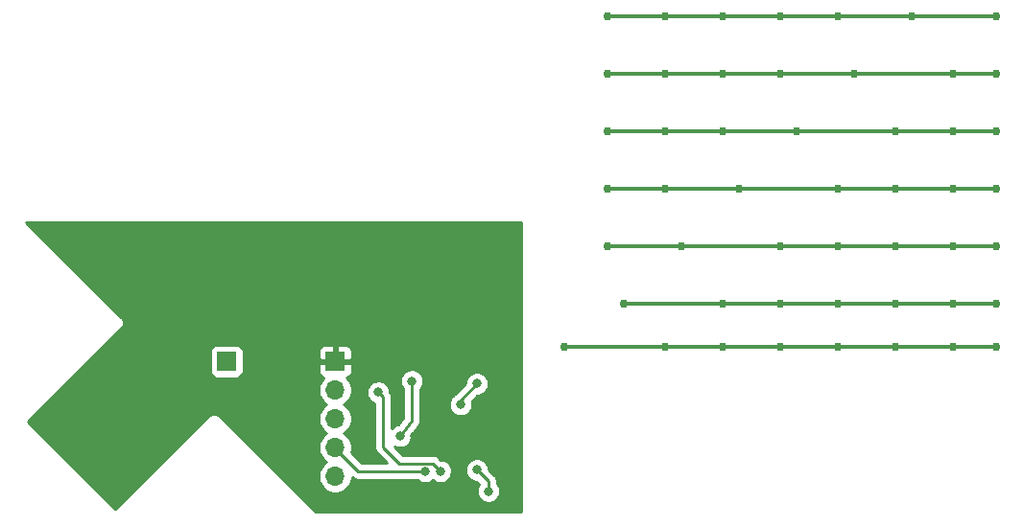
<source format=gbr>
G04 #@! TF.GenerationSoftware,KiCad,Pcbnew,(5.1.5-0-10_14)*
G04 #@! TF.CreationDate,2020-05-09T22:30:37-06:00*
G04 #@! TF.ProjectId,business_card_v1,62757369-6e65-4737-935f-636172645f76,rev?*
G04 #@! TF.SameCoordinates,Original*
G04 #@! TF.FileFunction,Copper,L16,Bot*
G04 #@! TF.FilePolarity,Positive*
%FSLAX46Y46*%
G04 Gerber Fmt 4.6, Leading zero omitted, Abs format (unit mm)*
G04 Created by KiCad (PCBNEW (5.1.5-0-10_14)) date 2020-05-09 22:30:37*
%MOMM*%
%LPD*%
G04 APERTURE LIST*
%ADD10R,1.700000X1.700000*%
%ADD11O,1.700000X1.700000*%
%ADD12C,0.800000*%
%ADD13C,0.756400*%
%ADD14C,0.304800*%
%ADD15C,0.250000*%
%ADD16C,0.254000*%
G04 APERTURE END LIST*
D10*
X122504200Y-116522500D03*
D11*
X132080000Y-126682500D03*
X132080000Y-124142500D03*
X132080000Y-121602500D03*
X132080000Y-119062500D03*
D10*
X132080000Y-116522500D03*
D12*
X142405000Y-117246500D03*
X126365000Y-113728500D03*
X128270000Y-113728500D03*
X135890000Y-115633500D03*
X139065000Y-123126500D03*
X124587000Y-120015000D03*
X112585500Y-117030500D03*
D13*
X152261100Y-115263600D03*
X190361100Y-115263600D03*
X161151100Y-115263600D03*
X166231100Y-115263600D03*
X171311100Y-115263600D03*
X176391100Y-115263600D03*
X181471100Y-115263600D03*
X186551100Y-115263600D03*
X190361100Y-111453600D03*
X157561100Y-111453600D03*
X166231100Y-111453600D03*
X171311100Y-111453600D03*
X176391100Y-111453600D03*
X181471100Y-111453600D03*
X186551100Y-111453600D03*
X156071100Y-106373600D03*
X190361100Y-106373600D03*
X171311100Y-106373600D03*
X176391100Y-106373600D03*
X181471100Y-106373600D03*
X186551100Y-106373600D03*
X162641100Y-106373600D03*
X156071100Y-101293600D03*
X190361100Y-101293600D03*
X186551100Y-101293600D03*
X181471100Y-101293600D03*
X176391100Y-101293600D03*
X161151100Y-101293600D03*
X167721100Y-101293600D03*
X156071100Y-96213600D03*
X190361100Y-96213600D03*
X186551100Y-96213600D03*
X181471100Y-96213600D03*
X166231100Y-96213600D03*
X172801100Y-96213600D03*
X161151100Y-96213600D03*
X156071100Y-91133600D03*
X190361100Y-91133600D03*
X186551100Y-91133600D03*
X161151100Y-91133600D03*
X166231100Y-91133600D03*
X171311100Y-91133600D03*
X177881100Y-91133600D03*
X156071100Y-86053600D03*
X190361100Y-86053600D03*
X161151100Y-86053600D03*
X166231100Y-86053600D03*
X171311100Y-86053600D03*
X176391100Y-86053600D03*
X182961100Y-86053600D03*
D12*
X137795000Y-123126500D03*
X138849000Y-118262500D03*
X140017500Y-126238000D03*
X144589500Y-126123700D03*
X145605500Y-128003300D03*
X143141700Y-120332500D03*
X144589500Y-118503700D03*
X135890000Y-119253000D03*
X141351000Y-126238000D03*
D14*
X190361100Y-115263600D02*
X186551100Y-115263600D01*
X186551100Y-115263600D02*
X181471100Y-115263600D01*
X181471100Y-115263600D02*
X176391100Y-115263600D01*
X176391100Y-115263600D02*
X171311100Y-115263600D01*
X171311100Y-115263600D02*
X166231100Y-115263600D01*
X161151100Y-115263600D02*
X152261100Y-115263600D01*
X161151100Y-115263600D02*
X166231100Y-115263600D01*
X157561100Y-111453600D02*
X166231100Y-111453600D01*
X166231100Y-111453600D02*
X171311100Y-111453600D01*
X171311100Y-111453600D02*
X176391100Y-111453600D01*
X176391100Y-111453600D02*
X181471100Y-111453600D01*
X181471100Y-111453600D02*
X186551100Y-111453600D01*
X186551100Y-111453600D02*
X190361100Y-111453600D01*
X156071100Y-106373600D02*
X162641100Y-106373600D01*
X162641100Y-106373600D02*
X171311100Y-106373600D01*
X181471100Y-106373600D02*
X186551100Y-106373600D01*
X186551100Y-106373600D02*
X190361100Y-106373600D01*
X171311100Y-106373600D02*
X176391100Y-106373600D01*
X176391100Y-106373600D02*
X181471100Y-106373600D01*
X156071100Y-101293600D02*
X161151100Y-101293600D01*
X161151100Y-101293600D02*
X167721100Y-101293600D01*
X167721100Y-101293600D02*
X176391100Y-101293600D01*
X176391100Y-101293600D02*
X181471100Y-101293600D01*
X181471100Y-101293600D02*
X186551100Y-101293600D01*
X186551100Y-101293600D02*
X190361100Y-101293600D01*
X156071100Y-96213600D02*
X161151100Y-96213600D01*
X161151100Y-96213600D02*
X166231100Y-96213600D01*
X166231100Y-96213600D02*
X172801100Y-96213600D01*
X172801100Y-96213600D02*
X181471100Y-96213600D01*
X181471100Y-96213600D02*
X186551100Y-96213600D01*
X186551100Y-96213600D02*
X190361100Y-96213600D01*
X156071100Y-91133600D02*
X161151100Y-91133600D01*
X161151100Y-91133600D02*
X166231100Y-91133600D01*
X166231100Y-91133600D02*
X171311100Y-91133600D01*
X171311100Y-91133600D02*
X177881100Y-91133600D01*
X177881100Y-91133600D02*
X186551100Y-91133600D01*
X186551100Y-91133600D02*
X190361100Y-91133600D01*
X156071100Y-86053600D02*
X161151100Y-86053600D01*
X166231100Y-86053600D02*
X171311100Y-86053600D01*
X171311100Y-86053600D02*
X176391100Y-86053600D01*
X176391100Y-86053600D02*
X182961100Y-86053600D01*
X182961100Y-86053600D02*
X190361100Y-86053600D01*
X161151100Y-86053600D02*
X166231100Y-86053600D01*
D15*
X138849000Y-121767500D02*
X138849000Y-118262500D01*
X138811000Y-121793000D02*
X138849000Y-121767500D01*
X137795000Y-123126500D02*
X138811000Y-121793000D01*
X134112000Y-126238000D02*
X140017500Y-126238000D01*
X132080000Y-124206000D02*
X134112000Y-126238000D01*
X145605500Y-127139700D02*
X144589500Y-126123700D01*
X145605500Y-128003300D02*
X145605500Y-127139700D01*
X142900400Y-120205500D02*
X142900400Y-120192800D01*
X143141700Y-119951500D02*
X144589500Y-118503700D01*
X143141700Y-120332500D02*
X143141700Y-119951500D01*
X137752599Y-125560599D02*
X140673599Y-125560599D01*
X136289999Y-124097999D02*
X137752599Y-125560599D01*
X140673599Y-125560599D02*
X141351000Y-126238000D01*
X136289999Y-119652999D02*
X136289999Y-124097999D01*
X135890000Y-119253000D02*
X136289999Y-119652999D01*
D16*
G36*
X148463000Y-129843600D02*
G01*
X130366721Y-129843600D01*
X121885543Y-121362423D01*
X121864876Y-121337240D01*
X121764378Y-121254763D01*
X121649720Y-121193478D01*
X121525311Y-121155739D01*
X121395928Y-121142996D01*
X121266545Y-121155739D01*
X121142135Y-121193478D01*
X121080488Y-121226429D01*
X121027478Y-121254763D01*
X120926980Y-121337240D01*
X120906316Y-121362419D01*
X112698513Y-129570220D01*
X104936526Y-121808234D01*
X111126185Y-115672500D01*
X121016128Y-115672500D01*
X121016128Y-117372500D01*
X121028388Y-117496982D01*
X121064698Y-117616680D01*
X121123663Y-117726994D01*
X121203015Y-117823685D01*
X121299706Y-117903037D01*
X121410020Y-117962002D01*
X121529718Y-117998312D01*
X121654200Y-118010572D01*
X123354200Y-118010572D01*
X123478682Y-117998312D01*
X123598380Y-117962002D01*
X123708694Y-117903037D01*
X123805385Y-117823685D01*
X123884737Y-117726994D01*
X123943702Y-117616680D01*
X123980012Y-117496982D01*
X123992272Y-117372500D01*
X130591928Y-117372500D01*
X130604188Y-117496982D01*
X130640498Y-117616680D01*
X130699463Y-117726994D01*
X130778815Y-117823685D01*
X130875506Y-117903037D01*
X130985820Y-117962002D01*
X131058380Y-117984013D01*
X130926525Y-118115868D01*
X130764010Y-118359089D01*
X130652068Y-118629342D01*
X130595000Y-118916240D01*
X130595000Y-119208760D01*
X130652068Y-119495658D01*
X130764010Y-119765911D01*
X130926525Y-120009132D01*
X131133368Y-120215975D01*
X131307760Y-120332500D01*
X131133368Y-120449025D01*
X130926525Y-120655868D01*
X130764010Y-120899089D01*
X130652068Y-121169342D01*
X130595000Y-121456240D01*
X130595000Y-121748760D01*
X130652068Y-122035658D01*
X130764010Y-122305911D01*
X130926525Y-122549132D01*
X131133368Y-122755975D01*
X131307760Y-122872500D01*
X131133368Y-122989025D01*
X130926525Y-123195868D01*
X130764010Y-123439089D01*
X130652068Y-123709342D01*
X130595000Y-123996240D01*
X130595000Y-124288760D01*
X130652068Y-124575658D01*
X130764010Y-124845911D01*
X130926525Y-125089132D01*
X131133368Y-125295975D01*
X131307760Y-125412500D01*
X131133368Y-125529025D01*
X130926525Y-125735868D01*
X130764010Y-125979089D01*
X130652068Y-126249342D01*
X130595000Y-126536240D01*
X130595000Y-126828760D01*
X130652068Y-127115658D01*
X130764010Y-127385911D01*
X130926525Y-127629132D01*
X131133368Y-127835975D01*
X131376589Y-127998490D01*
X131646842Y-128110432D01*
X131933740Y-128167500D01*
X132226260Y-128167500D01*
X132513158Y-128110432D01*
X132783411Y-127998490D01*
X133026632Y-127835975D01*
X133233475Y-127629132D01*
X133395990Y-127385911D01*
X133507932Y-127115658D01*
X133565000Y-126828760D01*
X133565000Y-126769473D01*
X133571999Y-126778001D01*
X133600997Y-126801799D01*
X133687723Y-126872974D01*
X133789990Y-126927637D01*
X133819753Y-126943546D01*
X133963014Y-126987003D01*
X134074667Y-126998000D01*
X134074677Y-126998000D01*
X134112000Y-127001676D01*
X134149323Y-126998000D01*
X139313789Y-126998000D01*
X139357726Y-127041937D01*
X139527244Y-127155205D01*
X139715602Y-127233226D01*
X139915561Y-127273000D01*
X140119439Y-127273000D01*
X140319398Y-127233226D01*
X140507756Y-127155205D01*
X140677274Y-127041937D01*
X140684250Y-127034961D01*
X140691226Y-127041937D01*
X140860744Y-127155205D01*
X141049102Y-127233226D01*
X141249061Y-127273000D01*
X141452939Y-127273000D01*
X141652898Y-127233226D01*
X141841256Y-127155205D01*
X142010774Y-127041937D01*
X142154937Y-126897774D01*
X142268205Y-126728256D01*
X142346226Y-126539898D01*
X142386000Y-126339939D01*
X142386000Y-126136061D01*
X142363265Y-126021761D01*
X143554500Y-126021761D01*
X143554500Y-126225639D01*
X143594274Y-126425598D01*
X143672295Y-126613956D01*
X143785563Y-126783474D01*
X143929726Y-126927637D01*
X144099244Y-127040905D01*
X144287602Y-127118926D01*
X144487561Y-127158700D01*
X144549699Y-127158700D01*
X144774711Y-127383713D01*
X144688295Y-127513044D01*
X144610274Y-127701402D01*
X144570500Y-127901361D01*
X144570500Y-128105239D01*
X144610274Y-128305198D01*
X144688295Y-128493556D01*
X144801563Y-128663074D01*
X144945726Y-128807237D01*
X145115244Y-128920505D01*
X145303602Y-128998526D01*
X145503561Y-129038300D01*
X145707439Y-129038300D01*
X145907398Y-128998526D01*
X146095756Y-128920505D01*
X146265274Y-128807237D01*
X146409437Y-128663074D01*
X146522705Y-128493556D01*
X146600726Y-128305198D01*
X146640500Y-128105239D01*
X146640500Y-127901361D01*
X146600726Y-127701402D01*
X146522705Y-127513044D01*
X146409437Y-127343526D01*
X146365500Y-127299589D01*
X146365500Y-127177022D01*
X146369176Y-127139700D01*
X146365500Y-127102377D01*
X146365500Y-127102367D01*
X146354503Y-126990714D01*
X146311046Y-126847453D01*
X146247333Y-126728256D01*
X146240474Y-126715423D01*
X146169299Y-126628697D01*
X146145501Y-126599699D01*
X146116503Y-126575901D01*
X145624500Y-126083899D01*
X145624500Y-126021761D01*
X145584726Y-125821802D01*
X145506705Y-125633444D01*
X145393437Y-125463926D01*
X145249274Y-125319763D01*
X145079756Y-125206495D01*
X144891398Y-125128474D01*
X144691439Y-125088700D01*
X144487561Y-125088700D01*
X144287602Y-125128474D01*
X144099244Y-125206495D01*
X143929726Y-125319763D01*
X143785563Y-125463926D01*
X143672295Y-125633444D01*
X143594274Y-125821802D01*
X143554500Y-126021761D01*
X142363265Y-126021761D01*
X142346226Y-125936102D01*
X142268205Y-125747744D01*
X142154937Y-125578226D01*
X142010774Y-125434063D01*
X141841256Y-125320795D01*
X141652898Y-125242774D01*
X141452939Y-125203000D01*
X141390801Y-125203000D01*
X141237402Y-125049601D01*
X141213600Y-125020598D01*
X141097875Y-124925625D01*
X140965846Y-124855053D01*
X140822585Y-124811596D01*
X140710932Y-124800599D01*
X140710921Y-124800599D01*
X140673599Y-124796923D01*
X140636277Y-124800599D01*
X138067401Y-124800599D01*
X137314581Y-124047780D01*
X137493102Y-124121726D01*
X137693061Y-124161500D01*
X137896939Y-124161500D01*
X138096898Y-124121726D01*
X138285256Y-124043705D01*
X138454774Y-123930437D01*
X138598937Y-123786274D01*
X138712205Y-123616756D01*
X138790226Y-123428398D01*
X138830000Y-123228439D01*
X138830000Y-123024561D01*
X138829611Y-123022608D01*
X139350184Y-122339357D01*
X139389001Y-122307501D01*
X139389486Y-122306910D01*
X139390071Y-122306428D01*
X139436891Y-122249146D01*
X139483974Y-122191776D01*
X139484332Y-122191105D01*
X139484815Y-122190515D01*
X139519407Y-122125486D01*
X139554546Y-122059747D01*
X139554770Y-122059009D01*
X139555123Y-122058345D01*
X139576336Y-121987915D01*
X139598003Y-121916486D01*
X139598078Y-121915727D01*
X139598297Y-121914999D01*
X139605397Y-121841415D01*
X139609000Y-121804833D01*
X139609000Y-121804073D01*
X139612675Y-121765985D01*
X139609000Y-121729415D01*
X139609000Y-120230561D01*
X142106700Y-120230561D01*
X142106700Y-120434439D01*
X142146474Y-120634398D01*
X142224495Y-120822756D01*
X142337763Y-120992274D01*
X142481926Y-121136437D01*
X142651444Y-121249705D01*
X142839802Y-121327726D01*
X143039761Y-121367500D01*
X143243639Y-121367500D01*
X143443598Y-121327726D01*
X143631956Y-121249705D01*
X143801474Y-121136437D01*
X143945637Y-120992274D01*
X144058905Y-120822756D01*
X144136926Y-120634398D01*
X144176700Y-120434439D01*
X144176700Y-120230561D01*
X144137005Y-120030997D01*
X144629302Y-119538700D01*
X144691439Y-119538700D01*
X144891398Y-119498926D01*
X145079756Y-119420905D01*
X145249274Y-119307637D01*
X145393437Y-119163474D01*
X145506705Y-118993956D01*
X145584726Y-118805598D01*
X145624500Y-118605639D01*
X145624500Y-118401761D01*
X145584726Y-118201802D01*
X145506705Y-118013444D01*
X145393437Y-117843926D01*
X145249274Y-117699763D01*
X145079756Y-117586495D01*
X144891398Y-117508474D01*
X144691439Y-117468700D01*
X144487561Y-117468700D01*
X144287602Y-117508474D01*
X144099244Y-117586495D01*
X143929726Y-117699763D01*
X143785563Y-117843926D01*
X143672295Y-118013444D01*
X143594274Y-118201802D01*
X143554500Y-118401761D01*
X143554500Y-118463898D01*
X142630701Y-119387698D01*
X142601699Y-119411499D01*
X142534404Y-119493499D01*
X142481926Y-119528563D01*
X142337763Y-119672726D01*
X142310237Y-119713921D01*
X142265426Y-119768524D01*
X142232125Y-119830825D01*
X142224495Y-119842244D01*
X142219240Y-119854931D01*
X142194854Y-119900553D01*
X142179838Y-119950054D01*
X142146474Y-120030602D01*
X142106700Y-120230561D01*
X139609000Y-120230561D01*
X139609000Y-118966211D01*
X139652937Y-118922274D01*
X139766205Y-118752756D01*
X139844226Y-118564398D01*
X139884000Y-118364439D01*
X139884000Y-118160561D01*
X139844226Y-117960602D01*
X139766205Y-117772244D01*
X139652937Y-117602726D01*
X139508774Y-117458563D01*
X139339256Y-117345295D01*
X139150898Y-117267274D01*
X138950939Y-117227500D01*
X138747061Y-117227500D01*
X138547102Y-117267274D01*
X138358744Y-117345295D01*
X138189226Y-117458563D01*
X138045063Y-117602726D01*
X137931795Y-117772244D01*
X137853774Y-117960602D01*
X137814000Y-118160561D01*
X137814000Y-118364439D01*
X137853774Y-118564398D01*
X137931795Y-118752756D01*
X138045063Y-118922274D01*
X138089001Y-118966212D01*
X138089000Y-121486589D01*
X137616516Y-122106726D01*
X137493102Y-122131274D01*
X137304744Y-122209295D01*
X137135226Y-122322563D01*
X137049999Y-122407790D01*
X137049999Y-119690321D01*
X137053675Y-119652998D01*
X137049999Y-119615676D01*
X137049999Y-119615666D01*
X137039002Y-119504013D01*
X136995545Y-119360752D01*
X136925000Y-119228774D01*
X136925000Y-119151061D01*
X136885226Y-118951102D01*
X136807205Y-118762744D01*
X136693937Y-118593226D01*
X136549774Y-118449063D01*
X136380256Y-118335795D01*
X136191898Y-118257774D01*
X135991939Y-118218000D01*
X135788061Y-118218000D01*
X135588102Y-118257774D01*
X135399744Y-118335795D01*
X135230226Y-118449063D01*
X135086063Y-118593226D01*
X134972795Y-118762744D01*
X134894774Y-118951102D01*
X134855000Y-119151061D01*
X134855000Y-119354939D01*
X134894774Y-119554898D01*
X134972795Y-119743256D01*
X135086063Y-119912774D01*
X135230226Y-120056937D01*
X135399744Y-120170205D01*
X135529999Y-120224159D01*
X135530000Y-124060667D01*
X135526323Y-124097999D01*
X135540997Y-124246984D01*
X135584453Y-124390245D01*
X135655025Y-124522275D01*
X135698836Y-124575658D01*
X135749999Y-124638000D01*
X135778997Y-124661798D01*
X136595198Y-125478000D01*
X134426802Y-125478000D01*
X133510674Y-124561873D01*
X133565000Y-124288760D01*
X133565000Y-123996240D01*
X133507932Y-123709342D01*
X133395990Y-123439089D01*
X133233475Y-123195868D01*
X133026632Y-122989025D01*
X132852240Y-122872500D01*
X133026632Y-122755975D01*
X133233475Y-122549132D01*
X133395990Y-122305911D01*
X133507932Y-122035658D01*
X133565000Y-121748760D01*
X133565000Y-121456240D01*
X133507932Y-121169342D01*
X133395990Y-120899089D01*
X133233475Y-120655868D01*
X133026632Y-120449025D01*
X132852240Y-120332500D01*
X133026632Y-120215975D01*
X133233475Y-120009132D01*
X133395990Y-119765911D01*
X133507932Y-119495658D01*
X133565000Y-119208760D01*
X133565000Y-118916240D01*
X133507932Y-118629342D01*
X133395990Y-118359089D01*
X133233475Y-118115868D01*
X133101620Y-117984013D01*
X133174180Y-117962002D01*
X133284494Y-117903037D01*
X133381185Y-117823685D01*
X133460537Y-117726994D01*
X133519502Y-117616680D01*
X133555812Y-117496982D01*
X133568072Y-117372500D01*
X133565000Y-116808250D01*
X133406250Y-116649500D01*
X132207000Y-116649500D01*
X132207000Y-116669500D01*
X131953000Y-116669500D01*
X131953000Y-116649500D01*
X130753750Y-116649500D01*
X130595000Y-116808250D01*
X130591928Y-117372500D01*
X123992272Y-117372500D01*
X123992272Y-115672500D01*
X130591928Y-115672500D01*
X130595000Y-116236750D01*
X130753750Y-116395500D01*
X131953000Y-116395500D01*
X131953000Y-115196250D01*
X132207000Y-115196250D01*
X132207000Y-116395500D01*
X133406250Y-116395500D01*
X133565000Y-116236750D01*
X133568072Y-115672500D01*
X133555812Y-115548018D01*
X133519502Y-115428320D01*
X133460537Y-115318006D01*
X133381185Y-115221315D01*
X133284494Y-115141963D01*
X133174180Y-115082998D01*
X133054482Y-115046688D01*
X132930000Y-115034428D01*
X132365750Y-115037500D01*
X132207000Y-115196250D01*
X131953000Y-115196250D01*
X131794250Y-115037500D01*
X131230000Y-115034428D01*
X131105518Y-115046688D01*
X130985820Y-115082998D01*
X130875506Y-115141963D01*
X130778815Y-115221315D01*
X130699463Y-115318006D01*
X130640498Y-115428320D01*
X130604188Y-115548018D01*
X130591928Y-115672500D01*
X123992272Y-115672500D01*
X123980012Y-115548018D01*
X123943702Y-115428320D01*
X123884737Y-115318006D01*
X123805385Y-115221315D01*
X123708694Y-115141963D01*
X123598380Y-115082998D01*
X123478682Y-115046688D01*
X123354200Y-115034428D01*
X121654200Y-115034428D01*
X121529718Y-115046688D01*
X121410020Y-115082998D01*
X121299706Y-115141963D01*
X121203015Y-115221315D01*
X121123663Y-115318006D01*
X121064698Y-115428320D01*
X121028388Y-115548018D01*
X121016128Y-115672500D01*
X111126185Y-115672500D01*
X113218641Y-113598274D01*
X113245948Y-113575663D01*
X113285067Y-113527569D01*
X113324760Y-113479631D01*
X113326147Y-113477064D01*
X113327984Y-113474805D01*
X113357012Y-113419921D01*
X113386546Y-113365243D01*
X113387404Y-113362457D01*
X113388767Y-113359881D01*
X113406530Y-113300390D01*
X113424830Y-113241000D01*
X113425129Y-113238098D01*
X113425962Y-113235307D01*
X113431778Y-113173484D01*
X113438139Y-113111674D01*
X113437866Y-113108772D01*
X113438139Y-113105870D01*
X113431778Y-113044060D01*
X113425962Y-112982237D01*
X113425129Y-112979446D01*
X113424830Y-112976544D01*
X113406525Y-112917138D01*
X113388767Y-112857663D01*
X113387405Y-112855088D01*
X113386546Y-112852300D01*
X113357000Y-112797600D01*
X113327984Y-112742738D01*
X113326147Y-112740479D01*
X113324760Y-112737912D01*
X113285132Y-112690054D01*
X113245948Y-112641880D01*
X113218630Y-112619260D01*
X104792963Y-104267000D01*
X148463000Y-104267000D01*
X148463000Y-129843600D01*
G37*
X148463000Y-129843600D02*
X130366721Y-129843600D01*
X121885543Y-121362423D01*
X121864876Y-121337240D01*
X121764378Y-121254763D01*
X121649720Y-121193478D01*
X121525311Y-121155739D01*
X121395928Y-121142996D01*
X121266545Y-121155739D01*
X121142135Y-121193478D01*
X121080488Y-121226429D01*
X121027478Y-121254763D01*
X120926980Y-121337240D01*
X120906316Y-121362419D01*
X112698513Y-129570220D01*
X104936526Y-121808234D01*
X111126185Y-115672500D01*
X121016128Y-115672500D01*
X121016128Y-117372500D01*
X121028388Y-117496982D01*
X121064698Y-117616680D01*
X121123663Y-117726994D01*
X121203015Y-117823685D01*
X121299706Y-117903037D01*
X121410020Y-117962002D01*
X121529718Y-117998312D01*
X121654200Y-118010572D01*
X123354200Y-118010572D01*
X123478682Y-117998312D01*
X123598380Y-117962002D01*
X123708694Y-117903037D01*
X123805385Y-117823685D01*
X123884737Y-117726994D01*
X123943702Y-117616680D01*
X123980012Y-117496982D01*
X123992272Y-117372500D01*
X130591928Y-117372500D01*
X130604188Y-117496982D01*
X130640498Y-117616680D01*
X130699463Y-117726994D01*
X130778815Y-117823685D01*
X130875506Y-117903037D01*
X130985820Y-117962002D01*
X131058380Y-117984013D01*
X130926525Y-118115868D01*
X130764010Y-118359089D01*
X130652068Y-118629342D01*
X130595000Y-118916240D01*
X130595000Y-119208760D01*
X130652068Y-119495658D01*
X130764010Y-119765911D01*
X130926525Y-120009132D01*
X131133368Y-120215975D01*
X131307760Y-120332500D01*
X131133368Y-120449025D01*
X130926525Y-120655868D01*
X130764010Y-120899089D01*
X130652068Y-121169342D01*
X130595000Y-121456240D01*
X130595000Y-121748760D01*
X130652068Y-122035658D01*
X130764010Y-122305911D01*
X130926525Y-122549132D01*
X131133368Y-122755975D01*
X131307760Y-122872500D01*
X131133368Y-122989025D01*
X130926525Y-123195868D01*
X130764010Y-123439089D01*
X130652068Y-123709342D01*
X130595000Y-123996240D01*
X130595000Y-124288760D01*
X130652068Y-124575658D01*
X130764010Y-124845911D01*
X130926525Y-125089132D01*
X131133368Y-125295975D01*
X131307760Y-125412500D01*
X131133368Y-125529025D01*
X130926525Y-125735868D01*
X130764010Y-125979089D01*
X130652068Y-126249342D01*
X130595000Y-126536240D01*
X130595000Y-126828760D01*
X130652068Y-127115658D01*
X130764010Y-127385911D01*
X130926525Y-127629132D01*
X131133368Y-127835975D01*
X131376589Y-127998490D01*
X131646842Y-128110432D01*
X131933740Y-128167500D01*
X132226260Y-128167500D01*
X132513158Y-128110432D01*
X132783411Y-127998490D01*
X133026632Y-127835975D01*
X133233475Y-127629132D01*
X133395990Y-127385911D01*
X133507932Y-127115658D01*
X133565000Y-126828760D01*
X133565000Y-126769473D01*
X133571999Y-126778001D01*
X133600997Y-126801799D01*
X133687723Y-126872974D01*
X133789990Y-126927637D01*
X133819753Y-126943546D01*
X133963014Y-126987003D01*
X134074667Y-126998000D01*
X134074677Y-126998000D01*
X134112000Y-127001676D01*
X134149323Y-126998000D01*
X139313789Y-126998000D01*
X139357726Y-127041937D01*
X139527244Y-127155205D01*
X139715602Y-127233226D01*
X139915561Y-127273000D01*
X140119439Y-127273000D01*
X140319398Y-127233226D01*
X140507756Y-127155205D01*
X140677274Y-127041937D01*
X140684250Y-127034961D01*
X140691226Y-127041937D01*
X140860744Y-127155205D01*
X141049102Y-127233226D01*
X141249061Y-127273000D01*
X141452939Y-127273000D01*
X141652898Y-127233226D01*
X141841256Y-127155205D01*
X142010774Y-127041937D01*
X142154937Y-126897774D01*
X142268205Y-126728256D01*
X142346226Y-126539898D01*
X142386000Y-126339939D01*
X142386000Y-126136061D01*
X142363265Y-126021761D01*
X143554500Y-126021761D01*
X143554500Y-126225639D01*
X143594274Y-126425598D01*
X143672295Y-126613956D01*
X143785563Y-126783474D01*
X143929726Y-126927637D01*
X144099244Y-127040905D01*
X144287602Y-127118926D01*
X144487561Y-127158700D01*
X144549699Y-127158700D01*
X144774711Y-127383713D01*
X144688295Y-127513044D01*
X144610274Y-127701402D01*
X144570500Y-127901361D01*
X144570500Y-128105239D01*
X144610274Y-128305198D01*
X144688295Y-128493556D01*
X144801563Y-128663074D01*
X144945726Y-128807237D01*
X145115244Y-128920505D01*
X145303602Y-128998526D01*
X145503561Y-129038300D01*
X145707439Y-129038300D01*
X145907398Y-128998526D01*
X146095756Y-128920505D01*
X146265274Y-128807237D01*
X146409437Y-128663074D01*
X146522705Y-128493556D01*
X146600726Y-128305198D01*
X146640500Y-128105239D01*
X146640500Y-127901361D01*
X146600726Y-127701402D01*
X146522705Y-127513044D01*
X146409437Y-127343526D01*
X146365500Y-127299589D01*
X146365500Y-127177022D01*
X146369176Y-127139700D01*
X146365500Y-127102377D01*
X146365500Y-127102367D01*
X146354503Y-126990714D01*
X146311046Y-126847453D01*
X146247333Y-126728256D01*
X146240474Y-126715423D01*
X146169299Y-126628697D01*
X146145501Y-126599699D01*
X146116503Y-126575901D01*
X145624500Y-126083899D01*
X145624500Y-126021761D01*
X145584726Y-125821802D01*
X145506705Y-125633444D01*
X145393437Y-125463926D01*
X145249274Y-125319763D01*
X145079756Y-125206495D01*
X144891398Y-125128474D01*
X144691439Y-125088700D01*
X144487561Y-125088700D01*
X144287602Y-125128474D01*
X144099244Y-125206495D01*
X143929726Y-125319763D01*
X143785563Y-125463926D01*
X143672295Y-125633444D01*
X143594274Y-125821802D01*
X143554500Y-126021761D01*
X142363265Y-126021761D01*
X142346226Y-125936102D01*
X142268205Y-125747744D01*
X142154937Y-125578226D01*
X142010774Y-125434063D01*
X141841256Y-125320795D01*
X141652898Y-125242774D01*
X141452939Y-125203000D01*
X141390801Y-125203000D01*
X141237402Y-125049601D01*
X141213600Y-125020598D01*
X141097875Y-124925625D01*
X140965846Y-124855053D01*
X140822585Y-124811596D01*
X140710932Y-124800599D01*
X140710921Y-124800599D01*
X140673599Y-124796923D01*
X140636277Y-124800599D01*
X138067401Y-124800599D01*
X137314581Y-124047780D01*
X137493102Y-124121726D01*
X137693061Y-124161500D01*
X137896939Y-124161500D01*
X138096898Y-124121726D01*
X138285256Y-124043705D01*
X138454774Y-123930437D01*
X138598937Y-123786274D01*
X138712205Y-123616756D01*
X138790226Y-123428398D01*
X138830000Y-123228439D01*
X138830000Y-123024561D01*
X138829611Y-123022608D01*
X139350184Y-122339357D01*
X139389001Y-122307501D01*
X139389486Y-122306910D01*
X139390071Y-122306428D01*
X139436891Y-122249146D01*
X139483974Y-122191776D01*
X139484332Y-122191105D01*
X139484815Y-122190515D01*
X139519407Y-122125486D01*
X139554546Y-122059747D01*
X139554770Y-122059009D01*
X139555123Y-122058345D01*
X139576336Y-121987915D01*
X139598003Y-121916486D01*
X139598078Y-121915727D01*
X139598297Y-121914999D01*
X139605397Y-121841415D01*
X139609000Y-121804833D01*
X139609000Y-121804073D01*
X139612675Y-121765985D01*
X139609000Y-121729415D01*
X139609000Y-120230561D01*
X142106700Y-120230561D01*
X142106700Y-120434439D01*
X142146474Y-120634398D01*
X142224495Y-120822756D01*
X142337763Y-120992274D01*
X142481926Y-121136437D01*
X142651444Y-121249705D01*
X142839802Y-121327726D01*
X143039761Y-121367500D01*
X143243639Y-121367500D01*
X143443598Y-121327726D01*
X143631956Y-121249705D01*
X143801474Y-121136437D01*
X143945637Y-120992274D01*
X144058905Y-120822756D01*
X144136926Y-120634398D01*
X144176700Y-120434439D01*
X144176700Y-120230561D01*
X144137005Y-120030997D01*
X144629302Y-119538700D01*
X144691439Y-119538700D01*
X144891398Y-119498926D01*
X145079756Y-119420905D01*
X145249274Y-119307637D01*
X145393437Y-119163474D01*
X145506705Y-118993956D01*
X145584726Y-118805598D01*
X145624500Y-118605639D01*
X145624500Y-118401761D01*
X145584726Y-118201802D01*
X145506705Y-118013444D01*
X145393437Y-117843926D01*
X145249274Y-117699763D01*
X145079756Y-117586495D01*
X144891398Y-117508474D01*
X144691439Y-117468700D01*
X144487561Y-117468700D01*
X144287602Y-117508474D01*
X144099244Y-117586495D01*
X143929726Y-117699763D01*
X143785563Y-117843926D01*
X143672295Y-118013444D01*
X143594274Y-118201802D01*
X143554500Y-118401761D01*
X143554500Y-118463898D01*
X142630701Y-119387698D01*
X142601699Y-119411499D01*
X142534404Y-119493499D01*
X142481926Y-119528563D01*
X142337763Y-119672726D01*
X142310237Y-119713921D01*
X142265426Y-119768524D01*
X142232125Y-119830825D01*
X142224495Y-119842244D01*
X142219240Y-119854931D01*
X142194854Y-119900553D01*
X142179838Y-119950054D01*
X142146474Y-120030602D01*
X142106700Y-120230561D01*
X139609000Y-120230561D01*
X139609000Y-118966211D01*
X139652937Y-118922274D01*
X139766205Y-118752756D01*
X139844226Y-118564398D01*
X139884000Y-118364439D01*
X139884000Y-118160561D01*
X139844226Y-117960602D01*
X139766205Y-117772244D01*
X139652937Y-117602726D01*
X139508774Y-117458563D01*
X139339256Y-117345295D01*
X139150898Y-117267274D01*
X138950939Y-117227500D01*
X138747061Y-117227500D01*
X138547102Y-117267274D01*
X138358744Y-117345295D01*
X138189226Y-117458563D01*
X138045063Y-117602726D01*
X137931795Y-117772244D01*
X137853774Y-117960602D01*
X137814000Y-118160561D01*
X137814000Y-118364439D01*
X137853774Y-118564398D01*
X137931795Y-118752756D01*
X138045063Y-118922274D01*
X138089001Y-118966212D01*
X138089000Y-121486589D01*
X137616516Y-122106726D01*
X137493102Y-122131274D01*
X137304744Y-122209295D01*
X137135226Y-122322563D01*
X137049999Y-122407790D01*
X137049999Y-119690321D01*
X137053675Y-119652998D01*
X137049999Y-119615676D01*
X137049999Y-119615666D01*
X137039002Y-119504013D01*
X136995545Y-119360752D01*
X136925000Y-119228774D01*
X136925000Y-119151061D01*
X136885226Y-118951102D01*
X136807205Y-118762744D01*
X136693937Y-118593226D01*
X136549774Y-118449063D01*
X136380256Y-118335795D01*
X136191898Y-118257774D01*
X135991939Y-118218000D01*
X135788061Y-118218000D01*
X135588102Y-118257774D01*
X135399744Y-118335795D01*
X135230226Y-118449063D01*
X135086063Y-118593226D01*
X134972795Y-118762744D01*
X134894774Y-118951102D01*
X134855000Y-119151061D01*
X134855000Y-119354939D01*
X134894774Y-119554898D01*
X134972795Y-119743256D01*
X135086063Y-119912774D01*
X135230226Y-120056937D01*
X135399744Y-120170205D01*
X135529999Y-120224159D01*
X135530000Y-124060667D01*
X135526323Y-124097999D01*
X135540997Y-124246984D01*
X135584453Y-124390245D01*
X135655025Y-124522275D01*
X135698836Y-124575658D01*
X135749999Y-124638000D01*
X135778997Y-124661798D01*
X136595198Y-125478000D01*
X134426802Y-125478000D01*
X133510674Y-124561873D01*
X133565000Y-124288760D01*
X133565000Y-123996240D01*
X133507932Y-123709342D01*
X133395990Y-123439089D01*
X133233475Y-123195868D01*
X133026632Y-122989025D01*
X132852240Y-122872500D01*
X133026632Y-122755975D01*
X133233475Y-122549132D01*
X133395990Y-122305911D01*
X133507932Y-122035658D01*
X133565000Y-121748760D01*
X133565000Y-121456240D01*
X133507932Y-121169342D01*
X133395990Y-120899089D01*
X133233475Y-120655868D01*
X133026632Y-120449025D01*
X132852240Y-120332500D01*
X133026632Y-120215975D01*
X133233475Y-120009132D01*
X133395990Y-119765911D01*
X133507932Y-119495658D01*
X133565000Y-119208760D01*
X133565000Y-118916240D01*
X133507932Y-118629342D01*
X133395990Y-118359089D01*
X133233475Y-118115868D01*
X133101620Y-117984013D01*
X133174180Y-117962002D01*
X133284494Y-117903037D01*
X133381185Y-117823685D01*
X133460537Y-117726994D01*
X133519502Y-117616680D01*
X133555812Y-117496982D01*
X133568072Y-117372500D01*
X133565000Y-116808250D01*
X133406250Y-116649500D01*
X132207000Y-116649500D01*
X132207000Y-116669500D01*
X131953000Y-116669500D01*
X131953000Y-116649500D01*
X130753750Y-116649500D01*
X130595000Y-116808250D01*
X130591928Y-117372500D01*
X123992272Y-117372500D01*
X123992272Y-115672500D01*
X130591928Y-115672500D01*
X130595000Y-116236750D01*
X130753750Y-116395500D01*
X131953000Y-116395500D01*
X131953000Y-115196250D01*
X132207000Y-115196250D01*
X132207000Y-116395500D01*
X133406250Y-116395500D01*
X133565000Y-116236750D01*
X133568072Y-115672500D01*
X133555812Y-115548018D01*
X133519502Y-115428320D01*
X133460537Y-115318006D01*
X133381185Y-115221315D01*
X133284494Y-115141963D01*
X133174180Y-115082998D01*
X133054482Y-115046688D01*
X132930000Y-115034428D01*
X132365750Y-115037500D01*
X132207000Y-115196250D01*
X131953000Y-115196250D01*
X131794250Y-115037500D01*
X131230000Y-115034428D01*
X131105518Y-115046688D01*
X130985820Y-115082998D01*
X130875506Y-115141963D01*
X130778815Y-115221315D01*
X130699463Y-115318006D01*
X130640498Y-115428320D01*
X130604188Y-115548018D01*
X130591928Y-115672500D01*
X123992272Y-115672500D01*
X123980012Y-115548018D01*
X123943702Y-115428320D01*
X123884737Y-115318006D01*
X123805385Y-115221315D01*
X123708694Y-115141963D01*
X123598380Y-115082998D01*
X123478682Y-115046688D01*
X123354200Y-115034428D01*
X121654200Y-115034428D01*
X121529718Y-115046688D01*
X121410020Y-115082998D01*
X121299706Y-115141963D01*
X121203015Y-115221315D01*
X121123663Y-115318006D01*
X121064698Y-115428320D01*
X121028388Y-115548018D01*
X121016128Y-115672500D01*
X111126185Y-115672500D01*
X113218641Y-113598274D01*
X113245948Y-113575663D01*
X113285067Y-113527569D01*
X113324760Y-113479631D01*
X113326147Y-113477064D01*
X113327984Y-113474805D01*
X113357012Y-113419921D01*
X113386546Y-113365243D01*
X113387404Y-113362457D01*
X113388767Y-113359881D01*
X113406530Y-113300390D01*
X113424830Y-113241000D01*
X113425129Y-113238098D01*
X113425962Y-113235307D01*
X113431778Y-113173484D01*
X113438139Y-113111674D01*
X113437866Y-113108772D01*
X113438139Y-113105870D01*
X113431778Y-113044060D01*
X113425962Y-112982237D01*
X113425129Y-112979446D01*
X113424830Y-112976544D01*
X113406525Y-112917138D01*
X113388767Y-112857663D01*
X113387405Y-112855088D01*
X113386546Y-112852300D01*
X113357000Y-112797600D01*
X113327984Y-112742738D01*
X113326147Y-112740479D01*
X113324760Y-112737912D01*
X113285132Y-112690054D01*
X113245948Y-112641880D01*
X113218630Y-112619260D01*
X104792963Y-104267000D01*
X148463000Y-104267000D01*
X148463000Y-129843600D01*
M02*

</source>
